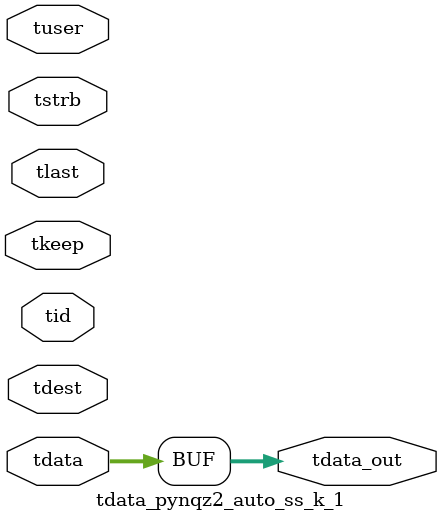
<source format=v>


`timescale 1ps/1ps

module tdata_pynqz2_auto_ss_k_1 #
(
parameter C_S_AXIS_TDATA_WIDTH = 32,
parameter C_S_AXIS_TUSER_WIDTH = 0,
parameter C_S_AXIS_TID_WIDTH   = 0,
parameter C_S_AXIS_TDEST_WIDTH = 0,
parameter C_M_AXIS_TDATA_WIDTH = 32
)
(
input  [(C_S_AXIS_TDATA_WIDTH == 0 ? 1 : C_S_AXIS_TDATA_WIDTH)-1:0     ] tdata,
input  [(C_S_AXIS_TUSER_WIDTH == 0 ? 1 : C_S_AXIS_TUSER_WIDTH)-1:0     ] tuser,
input  [(C_S_AXIS_TID_WIDTH   == 0 ? 1 : C_S_AXIS_TID_WIDTH)-1:0       ] tid,
input  [(C_S_AXIS_TDEST_WIDTH == 0 ? 1 : C_S_AXIS_TDEST_WIDTH)-1:0     ] tdest,
input  [(C_S_AXIS_TDATA_WIDTH/8)-1:0 ] tkeep,
input  [(C_S_AXIS_TDATA_WIDTH/8)-1:0 ] tstrb,
input                                                                    tlast,
output [C_M_AXIS_TDATA_WIDTH-1:0] tdata_out
);

assign tdata_out = {tdata[63:0]};

endmodule


</source>
